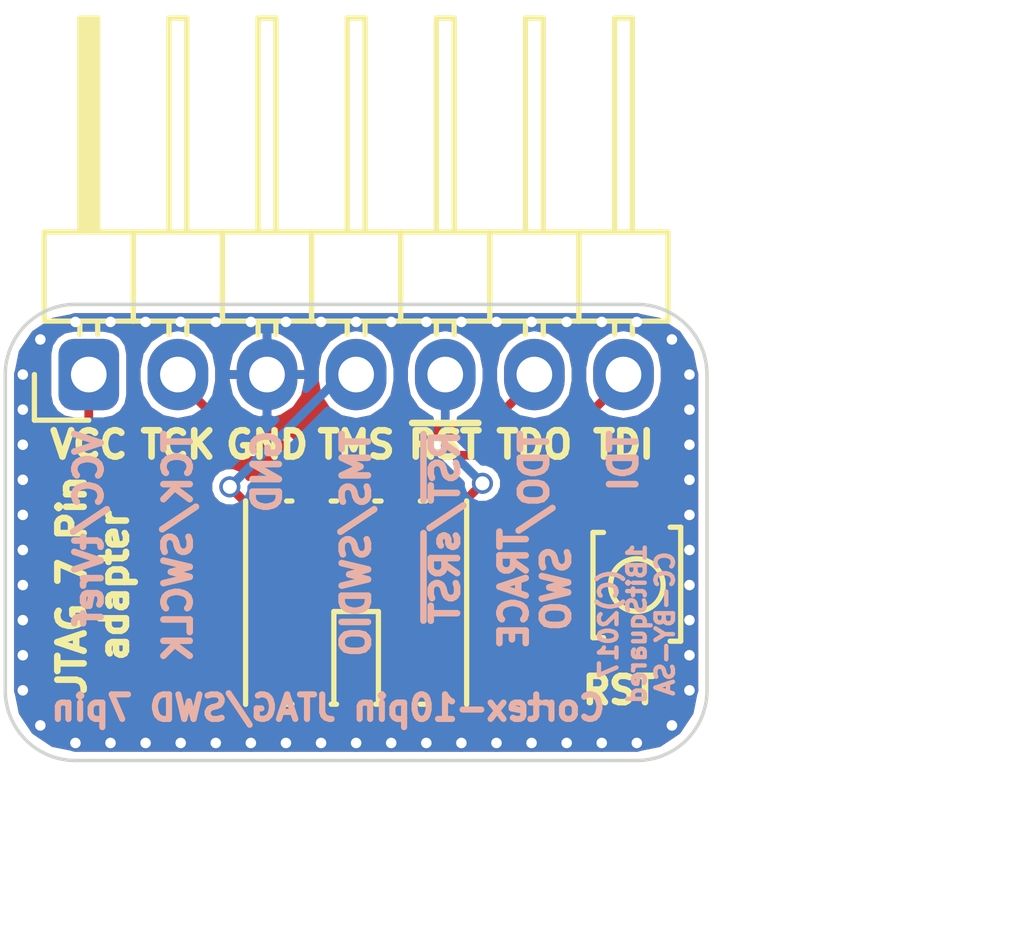
<source format=kicad_pcb>
(kicad_pcb (version 20160815) (host pcbnew "(2017-01-07 revision e72a3b9)-master")

  (general
    (links 69)
    (no_connects 0)
    (area 16.3225 23.124999 53.000001 51.745)
    (thickness 1.6)
    (drawings 33)
    (tracks 31)
    (zones 0)
    (modules 61)
    (nets 9)
  )

  (page A4)
  (title_block
    (title "JTAG/SWD-7pin adapter")
    (rev V1.1)
    (company 1BitSquared)
    (comment 1 "(C) 2016-2017")
    (comment 2 "CC-BY-SA V4.0")
  )

  (layers
    (0 F.Cu signal)
    (31 B.Cu signal)
    (32 B.Adhes user)
    (33 F.Adhes user)
    (34 B.Paste user)
    (35 F.Paste user)
    (36 B.SilkS user)
    (37 F.SilkS user)
    (38 B.Mask user)
    (39 F.Mask user)
    (40 Dwgs.User user)
    (41 Cmts.User user)
    (42 Eco1.User user)
    (43 Eco2.User user)
    (44 Edge.Cuts user)
    (45 Margin user)
    (46 B.CrtYd user)
    (47 F.CrtYd user)
    (48 B.Fab user hide)
    (49 F.Fab user hide)
  )

  (setup
    (last_trace_width 0.25)
    (trace_clearance 0.2)
    (zone_clearance 0.2)
    (zone_45_only no)
    (trace_min 0.2)
    (segment_width 0.2)
    (edge_width 0.1)
    (via_size 0.6)
    (via_drill 0.4)
    (via_min_size 0.4)
    (via_min_drill 0.3)
    (uvia_size 0.3)
    (uvia_drill 0.1)
    (uvias_allowed no)
    (uvia_min_size 0.2)
    (uvia_min_drill 0.1)
    (pcb_text_width 0.3)
    (pcb_text_size 1.5 1.5)
    (mod_edge_width 0.15)
    (mod_text_size 1 1)
    (mod_text_width 0.15)
    (pad_size 2.032 1.7272)
    (pad_drill 1.016)
    (pad_to_mask_clearance 0)
    (aux_axis_origin 0 0)
    (grid_origin 30 35.5)
    (visible_elements FFFFFF7F)
    (pcbplotparams
      (layerselection 0x310fc_80000001)
      (usegerberextensions true)
      (excludeedgelayer true)
      (linewidth 0.050000)
      (plotframeref false)
      (viasonmask false)
      (mode 1)
      (useauxorigin false)
      (hpglpennumber 1)
      (hpglpenspeed 20)
      (hpglpendiameter 15)
      (psnegative false)
      (psa4output false)
      (plotreference false)
      (plotvalue false)
      (plotinvisibletext false)
      (padsonsilk false)
      (subtractmaskfromsilk true)
      (outputformat 1)
      (mirror false)
      (drillshape 0)
      (scaleselection 1)
      (outputdirectory gerber))
  )

  (net 0 "")
  (net 1 /RST)
  (net 2 GND)
  (net 3 /TMS)
  (net 4 /VCC)
  (net 5 /TCK)
  (net 6 /TDO)
  (net 7 /TDI)
  (net 8 "Net-(X1-Pad7)")

  (net_class Default "This is the default net class."
    (clearance 0.2)
    (trace_width 0.25)
    (via_dia 0.6)
    (via_drill 0.4)
    (uvia_dia 0.3)
    (uvia_drill 0.1)
    (add_net /RST)
    (add_net /TCK)
    (add_net /TDI)
    (add_net /TDO)
    (add_net /TMS)
    (add_net /VCC)
    (add_net GND)
    (add_net "Net-(X1-Pad7)")
  )

  (module pkl_misc:via0305 (layer F.Cu) (tedit 5848E3C7) (tstamp 5876EAFC)
    (at 39.5 40)
    (fp_text reference REF** (at 0 0.35) (layer F.SilkS) hide
      (effects (font (size 0.127 0.127) (thickness 0.03175)))
    )
    (fp_text value via0305 (at 0 -0.35) (layer F.Fab) hide
      (effects (font (size 0.127 0.127) (thickness 0.03175)))
    )
    (pad 1 thru_hole circle (at 0 0) (size 0.5 0.5) (drill 0.3) (layers *.Cu)
      (net 2 GND) (zone_connect 2))
  )

  (module pkl_misc:via0305 (layer F.Cu) (tedit 5848E3C7) (tstamp 5848EBE6)
    (at 39 44)
    (fp_text reference REF** (at 0 0.35) (layer F.SilkS) hide
      (effects (font (size 0.127 0.127) (thickness 0.03175)))
    )
    (fp_text value via0305 (at 0 -0.35) (layer F.Fab) hide
      (effects (font (size 0.127 0.127) (thickness 0.03175)))
    )
    (pad 1 thru_hole circle (at 0 0) (size 0.5 0.5) (drill 0.3) (layers *.Cu)
      (net 2 GND) (zone_connect 2))
  )

  (module pkl_misc:via0305 (layer F.Cu) (tedit 5848E3C7) (tstamp 5848EBE2)
    (at 21 44)
    (fp_text reference REF** (at 0 0.35) (layer F.SilkS) hide
      (effects (font (size 0.127 0.127) (thickness 0.03175)))
    )
    (fp_text value via0305 (at 0 -0.35) (layer F.Fab) hide
      (effects (font (size 0.127 0.127) (thickness 0.03175)))
    )
    (pad 1 thru_hole circle (at 0 0) (size 0.5 0.5) (drill 0.3) (layers *.Cu)
      (net 2 GND) (zone_connect 2))
  )

  (module pkl_misc:via0305 (layer F.Cu) (tedit 5848E3C7) (tstamp 5848EBD3)
    (at 39.5 37)
    (fp_text reference REF** (at 0 0.35) (layer F.SilkS) hide
      (effects (font (size 0.127 0.127) (thickness 0.03175)))
    )
    (fp_text value via0305 (at 0 -0.35) (layer F.Fab) hide
      (effects (font (size 0.127 0.127) (thickness 0.03175)))
    )
    (pad 1 thru_hole circle (at 0 0) (size 0.5 0.5) (drill 0.3) (layers *.Cu)
      (net 2 GND) (zone_connect 2))
  )

  (module pkl_misc:via0305 (layer F.Cu) (tedit 5848E3C7) (tstamp 5848EBCF)
    (at 39.5 36)
    (fp_text reference REF** (at 0 0.35) (layer F.SilkS) hide
      (effects (font (size 0.127 0.127) (thickness 0.03175)))
    )
    (fp_text value via0305 (at 0 -0.35) (layer F.Fab) hide
      (effects (font (size 0.127 0.127) (thickness 0.03175)))
    )
    (pad 1 thru_hole circle (at 0 0) (size 0.5 0.5) (drill 0.3) (layers *.Cu)
      (net 2 GND) (zone_connect 2))
  )

  (module pkl_misc:via0305 (layer F.Cu) (tedit 5848E3C7) (tstamp 5848EBCB)
    (at 39.5 35)
    (fp_text reference REF** (at 0 0.35) (layer F.SilkS) hide
      (effects (font (size 0.127 0.127) (thickness 0.03175)))
    )
    (fp_text value via0305 (at 0 -0.35) (layer F.Fab) hide
      (effects (font (size 0.127 0.127) (thickness 0.03175)))
    )
    (pad 1 thru_hole circle (at 0 0) (size 0.5 0.5) (drill 0.3) (layers *.Cu)
      (net 2 GND) (zone_connect 2))
  )

  (module pkl_misc:via0305 (layer F.Cu) (tedit 5848E3C7) (tstamp 5848EBC7)
    (at 39.5 34)
    (fp_text reference REF** (at 0 0.35) (layer F.SilkS) hide
      (effects (font (size 0.127 0.127) (thickness 0.03175)))
    )
    (fp_text value via0305 (at 0 -0.35) (layer F.Fab) hide
      (effects (font (size 0.127 0.127) (thickness 0.03175)))
    )
    (pad 1 thru_hole circle (at 0 0) (size 0.5 0.5) (drill 0.3) (layers *.Cu)
      (net 2 GND) (zone_connect 2))
  )

  (module pkl_misc:via0305 (layer F.Cu) (tedit 5848E3C7) (tstamp 5848EBC3)
    (at 39.5 43)
    (fp_text reference REF** (at 0 0.35) (layer F.SilkS) hide
      (effects (font (size 0.127 0.127) (thickness 0.03175)))
    )
    (fp_text value via0305 (at 0 -0.35) (layer F.Fab) hide
      (effects (font (size 0.127 0.127) (thickness 0.03175)))
    )
    (pad 1 thru_hole circle (at 0 0) (size 0.5 0.5) (drill 0.3) (layers *.Cu)
      (net 2 GND) (zone_connect 2))
  )

  (module pkl_misc:via0305 (layer F.Cu) (tedit 5848E3C7) (tstamp 5848EBBF)
    (at 39.5 42)
    (fp_text reference REF** (at 0 0.35) (layer F.SilkS) hide
      (effects (font (size 0.127 0.127) (thickness 0.03175)))
    )
    (fp_text value via0305 (at 0 -0.35) (layer F.Fab) hide
      (effects (font (size 0.127 0.127) (thickness 0.03175)))
    )
    (pad 1 thru_hole circle (at 0 0) (size 0.5 0.5) (drill 0.3) (layers *.Cu)
      (net 2 GND) (zone_connect 2))
  )

  (module pkl_misc:via0305 (layer F.Cu) (tedit 5848E3C7) (tstamp 5848EBBB)
    (at 39.5 41)
    (fp_text reference REF** (at 0 0.35) (layer F.SilkS) hide
      (effects (font (size 0.127 0.127) (thickness 0.03175)))
    )
    (fp_text value via0305 (at 0 -0.35) (layer F.Fab) hide
      (effects (font (size 0.127 0.127) (thickness 0.03175)))
    )
    (pad 1 thru_hole circle (at 0 0) (size 0.5 0.5) (drill 0.3) (layers *.Cu)
      (net 2 GND) (zone_connect 2))
  )

  (module pkl_misc:via0305 (layer F.Cu) (tedit 5848E3C7) (tstamp 5848EBB3)
    (at 39.5 39)
    (fp_text reference REF** (at 0 0.35) (layer F.SilkS) hide
      (effects (font (size 0.127 0.127) (thickness 0.03175)))
    )
    (fp_text value via0305 (at 0 -0.35) (layer F.Fab) hide
      (effects (font (size 0.127 0.127) (thickness 0.03175)))
    )
    (pad 1 thru_hole circle (at 0 0) (size 0.5 0.5) (drill 0.3) (layers *.Cu)
      (net 2 GND) (zone_connect 2))
  )

  (module pkl_misc:via0305 (layer F.Cu) (tedit 5848E3C7) (tstamp 5848EBAF)
    (at 39.5 38)
    (fp_text reference REF** (at 0 0.35) (layer F.SilkS) hide
      (effects (font (size 0.127 0.127) (thickness 0.03175)))
    )
    (fp_text value via0305 (at 0 -0.35) (layer F.Fab) hide
      (effects (font (size 0.127 0.127) (thickness 0.03175)))
    )
    (pad 1 thru_hole circle (at 0 0) (size 0.5 0.5) (drill 0.3) (layers *.Cu)
      (net 2 GND) (zone_connect 2))
  )

  (module pkl_misc:via0305 (layer F.Cu) (tedit 5848E3C7) (tstamp 5848EBAB)
    (at 20.5 43)
    (fp_text reference REF** (at 0 0.35) (layer F.SilkS) hide
      (effects (font (size 0.127 0.127) (thickness 0.03175)))
    )
    (fp_text value via0305 (at 0 -0.35) (layer F.Fab) hide
      (effects (font (size 0.127 0.127) (thickness 0.03175)))
    )
    (pad 1 thru_hole circle (at 0 0) (size 0.5 0.5) (drill 0.3) (layers *.Cu)
      (net 2 GND) (zone_connect 2))
  )

  (module pkl_misc:via0305 (layer F.Cu) (tedit 5848E3C7) (tstamp 5848EBA7)
    (at 20.5 42)
    (fp_text reference REF** (at 0 0.35) (layer F.SilkS) hide
      (effects (font (size 0.127 0.127) (thickness 0.03175)))
    )
    (fp_text value via0305 (at 0 -0.35) (layer F.Fab) hide
      (effects (font (size 0.127 0.127) (thickness 0.03175)))
    )
    (pad 1 thru_hole circle (at 0 0) (size 0.5 0.5) (drill 0.3) (layers *.Cu)
      (net 2 GND) (zone_connect 2))
  )

  (module pkl_misc:via0305 (layer F.Cu) (tedit 5848E3C7) (tstamp 5848EBA3)
    (at 20.5 41)
    (fp_text reference REF** (at 0 0.35) (layer F.SilkS) hide
      (effects (font (size 0.127 0.127) (thickness 0.03175)))
    )
    (fp_text value via0305 (at 0 -0.35) (layer F.Fab) hide
      (effects (font (size 0.127 0.127) (thickness 0.03175)))
    )
    (pad 1 thru_hole circle (at 0 0) (size 0.5 0.5) (drill 0.3) (layers *.Cu)
      (net 2 GND) (zone_connect 2))
  )

  (module pkl_misc:via0305 (layer F.Cu) (tedit 5848E3C7) (tstamp 5848EB9F)
    (at 20.5 40)
    (fp_text reference REF** (at 0 0.35) (layer F.SilkS) hide
      (effects (font (size 0.127 0.127) (thickness 0.03175)))
    )
    (fp_text value via0305 (at 0 -0.35) (layer F.Fab) hide
      (effects (font (size 0.127 0.127) (thickness 0.03175)))
    )
    (pad 1 thru_hole circle (at 0 0) (size 0.5 0.5) (drill 0.3) (layers *.Cu)
      (net 2 GND) (zone_connect 2))
  )

  (module pkl_misc:via0305 (layer F.Cu) (tedit 5848E3C7) (tstamp 5848EB9B)
    (at 20.5 39)
    (fp_text reference REF** (at 0 0.35) (layer F.SilkS) hide
      (effects (font (size 0.127 0.127) (thickness 0.03175)))
    )
    (fp_text value via0305 (at 0 -0.35) (layer F.Fab) hide
      (effects (font (size 0.127 0.127) (thickness 0.03175)))
    )
    (pad 1 thru_hole circle (at 0 0) (size 0.5 0.5) (drill 0.3) (layers *.Cu)
      (net 2 GND) (zone_connect 2))
  )

  (module pkl_misc:via0305 (layer F.Cu) (tedit 5848E3C7) (tstamp 5848EB97)
    (at 20.5 38)
    (fp_text reference REF** (at 0 0.35) (layer F.SilkS) hide
      (effects (font (size 0.127 0.127) (thickness 0.03175)))
    )
    (fp_text value via0305 (at 0 -0.35) (layer F.Fab) hide
      (effects (font (size 0.127 0.127) (thickness 0.03175)))
    )
    (pad 1 thru_hole circle (at 0 0) (size 0.5 0.5) (drill 0.3) (layers *.Cu)
      (net 2 GND) (zone_connect 2))
  )

  (module pkl_misc:via0305 (layer F.Cu) (tedit 5848E3C7) (tstamp 5848EB92)
    (at 20.5 37)
    (fp_text reference REF** (at 0 0.35) (layer F.SilkS) hide
      (effects (font (size 0.127 0.127) (thickness 0.03175)))
    )
    (fp_text value via0305 (at 0 -0.35) (layer F.Fab) hide
      (effects (font (size 0.127 0.127) (thickness 0.03175)))
    )
    (pad 1 thru_hole circle (at 0 0) (size 0.5 0.5) (drill 0.3) (layers *.Cu)
      (net 2 GND) (zone_connect 2))
  )

  (module pkl_misc:via0305 (layer F.Cu) (tedit 5848E3C7) (tstamp 5848EB8E)
    (at 20.5 36)
    (fp_text reference REF** (at 0 0.35) (layer F.SilkS) hide
      (effects (font (size 0.127 0.127) (thickness 0.03175)))
    )
    (fp_text value via0305 (at 0 -0.35) (layer F.Fab) hide
      (effects (font (size 0.127 0.127) (thickness 0.03175)))
    )
    (pad 1 thru_hole circle (at 0 0) (size 0.5 0.5) (drill 0.3) (layers *.Cu)
      (net 2 GND) (zone_connect 2))
  )

  (module pkl_misc:via0305 (layer F.Cu) (tedit 5848E3C7) (tstamp 5848EB8A)
    (at 20.5 35)
    (fp_text reference REF** (at 0 0.35) (layer F.SilkS) hide
      (effects (font (size 0.127 0.127) (thickness 0.03175)))
    )
    (fp_text value via0305 (at 0 -0.35) (layer F.Fab) hide
      (effects (font (size 0.127 0.127) (thickness 0.03175)))
    )
    (pad 1 thru_hole circle (at 0 0) (size 0.5 0.5) (drill 0.3) (layers *.Cu)
      (net 2 GND) (zone_connect 2))
  )

  (module pkl_misc:via0305 (layer F.Cu) (tedit 5848E3C7) (tstamp 5848EB86)
    (at 20.5 34)
    (fp_text reference REF** (at 0 0.35) (layer F.SilkS) hide
      (effects (font (size 0.127 0.127) (thickness 0.03175)))
    )
    (fp_text value via0305 (at 0 -0.35) (layer F.Fab) hide
      (effects (font (size 0.127 0.127) (thickness 0.03175)))
    )
    (pad 1 thru_hole circle (at 0 0) (size 0.5 0.5) (drill 0.3) (layers *.Cu)
      (net 2 GND) (zone_connect 2))
  )

  (module pkl_misc:via0305 (layer F.Cu) (tedit 5848E3C7) (tstamp 5848EB7A)
    (at 21 33)
    (fp_text reference REF** (at 0 0.35) (layer F.SilkS) hide
      (effects (font (size 0.127 0.127) (thickness 0.03175)))
    )
    (fp_text value via0305 (at 0 -0.35) (layer F.Fab) hide
      (effects (font (size 0.127 0.127) (thickness 0.03175)))
    )
    (pad 1 thru_hole circle (at 0 0) (size 0.5 0.5) (drill 0.3) (layers *.Cu)
      (net 2 GND) (zone_connect 2))
  )

  (module pkl_misc:via0305 (layer F.Cu) (tedit 5848E3C7) (tstamp 5848EB73)
    (at 24 44.5)
    (fp_text reference REF** (at 0 0.35) (layer F.SilkS) hide
      (effects (font (size 0.127 0.127) (thickness 0.03175)))
    )
    (fp_text value via0305 (at 0 -0.35) (layer F.Fab) hide
      (effects (font (size 0.127 0.127) (thickness 0.03175)))
    )
    (pad 1 thru_hole circle (at 0 0) (size 0.5 0.5) (drill 0.3) (layers *.Cu)
      (net 2 GND) (zone_connect 2))
  )

  (module pkl_misc:via0305 (layer F.Cu) (tedit 5848E3C7) (tstamp 5848EB6F)
    (at 22 44.5)
    (fp_text reference REF** (at 0 0.35) (layer F.SilkS) hide
      (effects (font (size 0.127 0.127) (thickness 0.03175)))
    )
    (fp_text value via0305 (at 0 -0.35) (layer F.Fab) hide
      (effects (font (size 0.127 0.127) (thickness 0.03175)))
    )
    (pad 1 thru_hole circle (at 0 0) (size 0.5 0.5) (drill 0.3) (layers *.Cu)
      (net 2 GND) (zone_connect 2))
  )

  (module pkl_misc:via0305 (layer F.Cu) (tedit 5848E3C7) (tstamp 5848EB6B)
    (at 25 44.5)
    (fp_text reference REF** (at 0 0.35) (layer F.SilkS) hide
      (effects (font (size 0.127 0.127) (thickness 0.03175)))
    )
    (fp_text value via0305 (at 0 -0.35) (layer F.Fab) hide
      (effects (font (size 0.127 0.127) (thickness 0.03175)))
    )
    (pad 1 thru_hole circle (at 0 0) (size 0.5 0.5) (drill 0.3) (layers *.Cu)
      (net 2 GND) (zone_connect 2))
  )

  (module pkl_misc:via0305 (layer F.Cu) (tedit 5848E3C7) (tstamp 5848EB67)
    (at 26 44.5)
    (fp_text reference REF** (at 0 0.35) (layer F.SilkS) hide
      (effects (font (size 0.127 0.127) (thickness 0.03175)))
    )
    (fp_text value via0305 (at 0 -0.35) (layer F.Fab) hide
      (effects (font (size 0.127 0.127) (thickness 0.03175)))
    )
    (pad 1 thru_hole circle (at 0 0) (size 0.5 0.5) (drill 0.3) (layers *.Cu)
      (net 2 GND) (zone_connect 2))
  )

  (module pkl_misc:via0305 (layer F.Cu) (tedit 5848E3C7) (tstamp 5848EB63)
    (at 23 44.5)
    (fp_text reference REF** (at 0 0.35) (layer F.SilkS) hide
      (effects (font (size 0.127 0.127) (thickness 0.03175)))
    )
    (fp_text value via0305 (at 0 -0.35) (layer F.Fab) hide
      (effects (font (size 0.127 0.127) (thickness 0.03175)))
    )
    (pad 1 thru_hole circle (at 0 0) (size 0.5 0.5) (drill 0.3) (layers *.Cu)
      (net 2 GND) (zone_connect 2))
  )

  (module pkl_misc:via0305 (layer F.Cu) (tedit 5848E3C7) (tstamp 5848EB5F)
    (at 33 44.5)
    (fp_text reference REF** (at 0 0.35) (layer F.SilkS) hide
      (effects (font (size 0.127 0.127) (thickness 0.03175)))
    )
    (fp_text value via0305 (at 0 -0.35) (layer F.Fab) hide
      (effects (font (size 0.127 0.127) (thickness 0.03175)))
    )
    (pad 1 thru_hole circle (at 0 0) (size 0.5 0.5) (drill 0.3) (layers *.Cu)
      (net 2 GND) (zone_connect 2))
  )

  (module pkl_misc:via0305 (layer F.Cu) (tedit 5848E3C7) (tstamp 5848EB5B)
    (at 31 44.5)
    (fp_text reference REF** (at 0 0.35) (layer F.SilkS) hide
      (effects (font (size 0.127 0.127) (thickness 0.03175)))
    )
    (fp_text value via0305 (at 0 -0.35) (layer F.Fab) hide
      (effects (font (size 0.127 0.127) (thickness 0.03175)))
    )
    (pad 1 thru_hole circle (at 0 0) (size 0.5 0.5) (drill 0.3) (layers *.Cu)
      (net 2 GND) (zone_connect 2))
  )

  (module pkl_misc:via0305 (layer F.Cu) (tedit 5848E3C7) (tstamp 5848EB57)
    (at 29 44.5)
    (fp_text reference REF** (at 0 0.35) (layer F.SilkS) hide
      (effects (font (size 0.127 0.127) (thickness 0.03175)))
    )
    (fp_text value via0305 (at 0 -0.35) (layer F.Fab) hide
      (effects (font (size 0.127 0.127) (thickness 0.03175)))
    )
    (pad 1 thru_hole circle (at 0 0) (size 0.5 0.5) (drill 0.3) (layers *.Cu)
      (net 2 GND) (zone_connect 2))
  )

  (module pkl_misc:via0305 (layer F.Cu) (tedit 5848E3C7) (tstamp 5848EB53)
    (at 27 44.5)
    (fp_text reference REF** (at 0 0.35) (layer F.SilkS) hide
      (effects (font (size 0.127 0.127) (thickness 0.03175)))
    )
    (fp_text value via0305 (at 0 -0.35) (layer F.Fab) hide
      (effects (font (size 0.127 0.127) (thickness 0.03175)))
    )
    (pad 1 thru_hole circle (at 0 0) (size 0.5 0.5) (drill 0.3) (layers *.Cu)
      (net 2 GND) (zone_connect 2))
  )

  (module pkl_misc:via0305 (layer F.Cu) (tedit 5848E3C7) (tstamp 5848EB4F)
    (at 28 44.5)
    (fp_text reference REF** (at 0 0.35) (layer F.SilkS) hide
      (effects (font (size 0.127 0.127) (thickness 0.03175)))
    )
    (fp_text value via0305 (at 0 -0.35) (layer F.Fab) hide
      (effects (font (size 0.127 0.127) (thickness 0.03175)))
    )
    (pad 1 thru_hole circle (at 0 0) (size 0.5 0.5) (drill 0.3) (layers *.Cu)
      (net 2 GND) (zone_connect 2))
  )

  (module pkl_misc:via0305 (layer F.Cu) (tedit 5848E3C7) (tstamp 5848EB47)
    (at 38 44.5)
    (fp_text reference REF** (at 0 0.35) (layer F.SilkS) hide
      (effects (font (size 0.127 0.127) (thickness 0.03175)))
    )
    (fp_text value via0305 (at 0 -0.35) (layer F.Fab) hide
      (effects (font (size 0.127 0.127) (thickness 0.03175)))
    )
    (pad 1 thru_hole circle (at 0 0) (size 0.5 0.5) (drill 0.3) (layers *.Cu)
      (net 2 GND) (zone_connect 2))
  )

  (module pkl_misc:via0305 (layer F.Cu) (tedit 5848E3C7) (tstamp 5848EB43)
    (at 35 44.5)
    (fp_text reference REF** (at 0 0.35) (layer F.SilkS) hide
      (effects (font (size 0.127 0.127) (thickness 0.03175)))
    )
    (fp_text value via0305 (at 0 -0.35) (layer F.Fab) hide
      (effects (font (size 0.127 0.127) (thickness 0.03175)))
    )
    (pad 1 thru_hole circle (at 0 0) (size 0.5 0.5) (drill 0.3) (layers *.Cu)
      (net 2 GND) (zone_connect 2))
  )

  (module pkl_misc:via0305 (layer F.Cu) (tedit 5848E3C7) (tstamp 5848EB3F)
    (at 34 44.5)
    (fp_text reference REF** (at 0 0.35) (layer F.SilkS) hide
      (effects (font (size 0.127 0.127) (thickness 0.03175)))
    )
    (fp_text value via0305 (at 0 -0.35) (layer F.Fab) hide
      (effects (font (size 0.127 0.127) (thickness 0.03175)))
    )
    (pad 1 thru_hole circle (at 0 0) (size 0.5 0.5) (drill 0.3) (layers *.Cu)
      (net 2 GND) (zone_connect 2))
  )

  (module pkl_misc:via0305 (layer F.Cu) (tedit 5848E3C7) (tstamp 5848EB3B)
    (at 37 44.5)
    (fp_text reference REF** (at 0 0.35) (layer F.SilkS) hide
      (effects (font (size 0.127 0.127) (thickness 0.03175)))
    )
    (fp_text value via0305 (at 0 -0.35) (layer F.Fab) hide
      (effects (font (size 0.127 0.127) (thickness 0.03175)))
    )
    (pad 1 thru_hole circle (at 0 0) (size 0.5 0.5) (drill 0.3) (layers *.Cu)
      (net 2 GND) (zone_connect 2))
  )

  (module pkl_misc:via0305 (layer F.Cu) (tedit 5848E3C7) (tstamp 5848EB37)
    (at 36 44.5)
    (fp_text reference REF** (at 0 0.35) (layer F.SilkS) hide
      (effects (font (size 0.127 0.127) (thickness 0.03175)))
    )
    (fp_text value via0305 (at 0 -0.35) (layer F.Fab) hide
      (effects (font (size 0.127 0.127) (thickness 0.03175)))
    )
    (pad 1 thru_hole circle (at 0 0) (size 0.5 0.5) (drill 0.3) (layers *.Cu)
      (net 2 GND) (zone_connect 2))
  )

  (module pkl_misc:via0305 (layer F.Cu) (tedit 5848E3C7) (tstamp 5848EB33)
    (at 32 44.5)
    (fp_text reference REF** (at 0 0.35) (layer F.SilkS) hide
      (effects (font (size 0.127 0.127) (thickness 0.03175)))
    )
    (fp_text value via0305 (at 0 -0.35) (layer F.Fab) hide
      (effects (font (size 0.127 0.127) (thickness 0.03175)))
    )
    (pad 1 thru_hole circle (at 0 0) (size 0.5 0.5) (drill 0.3) (layers *.Cu)
      (net 2 GND) (zone_connect 2))
  )

  (module pkl_misc:via0305 (layer F.Cu) (tedit 5848E3C7) (tstamp 5848EAC0)
    (at 22 32.5)
    (fp_text reference REF** (at 0 0.35) (layer F.SilkS) hide
      (effects (font (size 0.127 0.127) (thickness 0.03175)))
    )
    (fp_text value via0305 (at 0 -0.35) (layer F.Fab) hide
      (effects (font (size 0.127 0.127) (thickness 0.03175)))
    )
    (pad 1 thru_hole circle (at 0 0) (size 0.5 0.5) (drill 0.3) (layers *.Cu)
      (net 2 GND) (zone_connect 2))
  )

  (module pkl_misc:via0305 (layer F.Cu) (tedit 5848E3C7) (tstamp 5848EAB8)
    (at 23 32.5)
    (fp_text reference REF** (at 0 0.35) (layer F.SilkS) hide
      (effects (font (size 0.127 0.127) (thickness 0.03175)))
    )
    (fp_text value via0305 (at 0 -0.35) (layer F.Fab) hide
      (effects (font (size 0.127 0.127) (thickness 0.03175)))
    )
    (pad 1 thru_hole circle (at 0 0) (size 0.5 0.5) (drill 0.3) (layers *.Cu)
      (net 2 GND) (zone_connect 2))
  )

  (module pkl_misc:via0305 (layer F.Cu) (tedit 5848E3C7) (tstamp 5848EAAC)
    (at 27 32.5)
    (fp_text reference REF** (at 0 0.35) (layer F.SilkS) hide
      (effects (font (size 0.127 0.127) (thickness 0.03175)))
    )
    (fp_text value via0305 (at 0 -0.35) (layer F.Fab) hide
      (effects (font (size 0.127 0.127) (thickness 0.03175)))
    )
    (pad 1 thru_hole circle (at 0 0) (size 0.5 0.5) (drill 0.3) (layers *.Cu)
      (net 2 GND) (zone_connect 2))
  )

  (module pkl_misc:via0305 (layer F.Cu) (tedit 5848E3C7) (tstamp 5848EAA8)
    (at 28 32.5)
    (fp_text reference REF** (at 0 0.35) (layer F.SilkS) hide
      (effects (font (size 0.127 0.127) (thickness 0.03175)))
    )
    (fp_text value via0305 (at 0 -0.35) (layer F.Fab) hide
      (effects (font (size 0.127 0.127) (thickness 0.03175)))
    )
    (pad 1 thru_hole circle (at 0 0) (size 0.5 0.5) (drill 0.3) (layers *.Cu)
      (net 2 GND) (zone_connect 2))
  )

  (module pkl_misc:via0305 (layer F.Cu) (tedit 5848E3C7) (tstamp 5848EAA4)
    (at 26 32.5)
    (fp_text reference REF** (at 0 0.35) (layer F.SilkS) hide
      (effects (font (size 0.127 0.127) (thickness 0.03175)))
    )
    (fp_text value via0305 (at 0 -0.35) (layer F.Fab) hide
      (effects (font (size 0.127 0.127) (thickness 0.03175)))
    )
    (pad 1 thru_hole circle (at 0 0) (size 0.5 0.5) (drill 0.3) (layers *.Cu)
      (net 2 GND) (zone_connect 2))
  )

  (module pkl_misc:via0305 (layer F.Cu) (tedit 5848E3C7) (tstamp 5848EAA0)
    (at 29 32.5)
    (fp_text reference REF** (at 0 0.35) (layer F.SilkS) hide
      (effects (font (size 0.127 0.127) (thickness 0.03175)))
    )
    (fp_text value via0305 (at 0 -0.35) (layer F.Fab) hide
      (effects (font (size 0.127 0.127) (thickness 0.03175)))
    )
    (pad 1 thru_hole circle (at 0 0) (size 0.5 0.5) (drill 0.3) (layers *.Cu)
      (net 2 GND) (zone_connect 2))
  )

  (module pkl_misc:via0305 (layer F.Cu) (tedit 5848E3C7) (tstamp 5848EA9C)
    (at 25 32.5)
    (fp_text reference REF** (at 0 0.35) (layer F.SilkS) hide
      (effects (font (size 0.127 0.127) (thickness 0.03175)))
    )
    (fp_text value via0305 (at 0 -0.35) (layer F.Fab) hide
      (effects (font (size 0.127 0.127) (thickness 0.03175)))
    )
    (pad 1 thru_hole circle (at 0 0) (size 0.5 0.5) (drill 0.3) (layers *.Cu)
      (net 2 GND) (zone_connect 2))
  )

  (module pkl_misc:via0305 (layer F.Cu) (tedit 5848E3C7) (tstamp 5848EA98)
    (at 24 32.5)
    (fp_text reference REF** (at 0 0.35) (layer F.SilkS) hide
      (effects (font (size 0.127 0.127) (thickness 0.03175)))
    )
    (fp_text value via0305 (at 0 -0.35) (layer F.Fab) hide
      (effects (font (size 0.127 0.127) (thickness 0.03175)))
    )
    (pad 1 thru_hole circle (at 0 0) (size 0.5 0.5) (drill 0.3) (layers *.Cu)
      (net 2 GND) (zone_connect 2))
  )

  (module pkl_misc:via0305 (layer F.Cu) (tedit 5848E3C7) (tstamp 5848EA23)
    (at 30 44.5)
    (fp_text reference REF** (at 0 0.35) (layer F.SilkS) hide
      (effects (font (size 0.127 0.127) (thickness 0.03175)))
    )
    (fp_text value via0305 (at 0 -0.35) (layer F.Fab) hide
      (effects (font (size 0.127 0.127) (thickness 0.03175)))
    )
    (pad 1 thru_hole circle (at 0 0) (size 0.5 0.5) (drill 0.3) (layers *.Cu)
      (net 2 GND) (zone_connect 2))
  )

  (module pkl_misc:via0305 (layer F.Cu) (tedit 5848E3C7) (tstamp 5848E8C1)
    (at 38 32.5)
    (fp_text reference REF** (at 0 0.35) (layer F.SilkS) hide
      (effects (font (size 0.127 0.127) (thickness 0.03175)))
    )
    (fp_text value via0305 (at 0 -0.35) (layer F.Fab) hide
      (effects (font (size 0.127 0.127) (thickness 0.03175)))
    )
    (pad 1 thru_hole circle (at 0 0) (size 0.5 0.5) (drill 0.3) (layers *.Cu)
      (net 2 GND) (zone_connect 2))
  )

  (module pkl_misc:via0305 (layer F.Cu) (tedit 5848E3C7) (tstamp 5848E8BD)
    (at 37 32.5)
    (fp_text reference REF** (at 0 0.35) (layer F.SilkS) hide
      (effects (font (size 0.127 0.127) (thickness 0.03175)))
    )
    (fp_text value via0305 (at 0 -0.35) (layer F.Fab) hide
      (effects (font (size 0.127 0.127) (thickness 0.03175)))
    )
    (pad 1 thru_hole circle (at 0 0) (size 0.5 0.5) (drill 0.3) (layers *.Cu)
      (net 2 GND) (zone_connect 2))
  )

  (module pkl_misc:via0305 (layer F.Cu) (tedit 5848E3C7) (tstamp 5848E8B9)
    (at 36 32.5)
    (fp_text reference REF** (at 0 0.35) (layer F.SilkS) hide
      (effects (font (size 0.127 0.127) (thickness 0.03175)))
    )
    (fp_text value via0305 (at 0 -0.35) (layer F.Fab) hide
      (effects (font (size 0.127 0.127) (thickness 0.03175)))
    )
    (pad 1 thru_hole circle (at 0 0) (size 0.5 0.5) (drill 0.3) (layers *.Cu)
      (net 2 GND) (zone_connect 2))
  )

  (module pkl_misc:via0305 (layer F.Cu) (tedit 5848E3C7) (tstamp 5848E8B5)
    (at 35 32.5)
    (fp_text reference REF** (at 0 0.35) (layer F.SilkS) hide
      (effects (font (size 0.127 0.127) (thickness 0.03175)))
    )
    (fp_text value via0305 (at 0 -0.35) (layer F.Fab) hide
      (effects (font (size 0.127 0.127) (thickness 0.03175)))
    )
    (pad 1 thru_hole circle (at 0 0) (size 0.5 0.5) (drill 0.3) (layers *.Cu)
      (net 2 GND) (zone_connect 2))
  )

  (module pkl_misc:via0305 (layer F.Cu) (tedit 5848E3C7) (tstamp 5848E8B1)
    (at 34 32.5)
    (fp_text reference REF** (at 0 0.35) (layer F.SilkS) hide
      (effects (font (size 0.127 0.127) (thickness 0.03175)))
    )
    (fp_text value via0305 (at 0 -0.35) (layer F.Fab) hide
      (effects (font (size 0.127 0.127) (thickness 0.03175)))
    )
    (pad 1 thru_hole circle (at 0 0) (size 0.5 0.5) (drill 0.3) (layers *.Cu)
      (net 2 GND) (zone_connect 2))
  )

  (module pkl_misc:via0305 (layer F.Cu) (tedit 5848E3C7) (tstamp 5848E8AD)
    (at 33 32.5)
    (fp_text reference REF** (at 0 0.35) (layer F.SilkS) hide
      (effects (font (size 0.127 0.127) (thickness 0.03175)))
    )
    (fp_text value via0305 (at 0 -0.35) (layer F.Fab) hide
      (effects (font (size 0.127 0.127) (thickness 0.03175)))
    )
    (pad 1 thru_hole circle (at 0 0) (size 0.5 0.5) (drill 0.3) (layers *.Cu)
      (net 2 GND) (zone_connect 2))
  )

  (module pkl_misc:via0305 (layer F.Cu) (tedit 5848E3C7) (tstamp 5848E8A9)
    (at 32 32.5)
    (fp_text reference REF** (at 0 0.35) (layer F.SilkS) hide
      (effects (font (size 0.127 0.127) (thickness 0.03175)))
    )
    (fp_text value via0305 (at 0 -0.35) (layer F.Fab) hide
      (effects (font (size 0.127 0.127) (thickness 0.03175)))
    )
    (pad 1 thru_hole circle (at 0 0) (size 0.5 0.5) (drill 0.3) (layers *.Cu)
      (net 2 GND) (zone_connect 2))
  )

  (module pkl_misc:via0305 (layer F.Cu) (tedit 5848E3C7) (tstamp 5848E8A5)
    (at 31 32.5)
    (fp_text reference REF** (at 0 0.35) (layer F.SilkS) hide
      (effects (font (size 0.127 0.127) (thickness 0.03175)))
    )
    (fp_text value via0305 (at 0 -0.35) (layer F.Fab) hide
      (effects (font (size 0.127 0.127) (thickness 0.03175)))
    )
    (pad 1 thru_hole circle (at 0 0) (size 0.5 0.5) (drill 0.3) (layers *.Cu)
      (net 2 GND) (zone_connect 2))
  )

  (module pkl_misc:via0305 (layer F.Cu) (tedit 5848E3C7) (tstamp 5848E8A1)
    (at 30 32.5)
    (fp_text reference REF** (at 0 0.35) (layer F.SilkS) hide
      (effects (font (size 0.127 0.127) (thickness 0.03175)))
    )
    (fp_text value via0305 (at 0 -0.35) (layer F.Fab) hide
      (effects (font (size 0.127 0.127) (thickness 0.03175)))
    )
    (pad 1 thru_hole circle (at 0 0) (size 0.5 0.5) (drill 0.3) (layers *.Cu)
      (net 2 GND) (zone_connect 2))
  )

  (module Pin_Headers:Pin_Header_Angled_1x07 (layer F.Cu) (tedit 58773703) (tstamp 58481A82)
    (at 22.38 34 90)
    (descr "Through hole pin header")
    (tags "pin header")
    (path /5847B5EE)
    (fp_text reference X2 (at 0 -5.1 90) (layer F.Fab)
      (effects (font (size 1 1) (thickness 0.15)))
    )
    (fp_text value JTAG-7 (at 0 -3.1 90) (layer F.Fab)
      (effects (font (size 1 1) (thickness 0.15)))
    )
    (fp_line (start -1.5 -1.75) (end -1.5 17) (layer F.CrtYd) (width 0.05))
    (fp_line (start 10.65 -1.75) (end 10.65 17) (layer F.CrtYd) (width 0.05))
    (fp_line (start -1.5 -1.75) (end 10.65 -1.75) (layer F.CrtYd) (width 0.05))
    (fp_line (start -1.5 17) (end 10.65 17) (layer F.CrtYd) (width 0.05))
    (fp_line (start -1.3 -1.55) (end -1.3 0) (layer F.SilkS) (width 0.15))
    (fp_line (start 0 -1.55) (end -1.3 -1.55) (layer F.SilkS) (width 0.15))
    (fp_line (start 4.191 -0.127) (end 10.033 -0.127) (layer F.SilkS) (width 0.15))
    (fp_line (start 10.033 -0.127) (end 10.033 0.127) (layer F.SilkS) (width 0.15))
    (fp_line (start 10.033 0.127) (end 4.191 0.127) (layer F.SilkS) (width 0.15))
    (fp_line (start 4.191 0.127) (end 4.191 0) (layer F.SilkS) (width 0.15))
    (fp_line (start 4.191 0) (end 10.033 0) (layer F.SilkS) (width 0.15))
    (fp_line (start 1.524 -0.254) (end 1.143 -0.254) (layer F.SilkS) (width 0.15))
    (fp_line (start 1.524 0.254) (end 1.143 0.254) (layer F.SilkS) (width 0.15))
    (fp_line (start 1.524 2.286) (end 1.143 2.286) (layer F.SilkS) (width 0.15))
    (fp_line (start 1.524 2.794) (end 1.143 2.794) (layer F.SilkS) (width 0.15))
    (fp_line (start 1.524 4.826) (end 1.143 4.826) (layer F.SilkS) (width 0.15))
    (fp_line (start 1.524 5.334) (end 1.143 5.334) (layer F.SilkS) (width 0.15))
    (fp_line (start 1.524 7.366) (end 1.143 7.366) (layer F.SilkS) (width 0.15))
    (fp_line (start 1.524 7.874) (end 1.143 7.874) (layer F.SilkS) (width 0.15))
    (fp_line (start 1.524 15.494) (end 1.143 15.494) (layer F.SilkS) (width 0.15))
    (fp_line (start 1.524 14.986) (end 1.143 14.986) (layer F.SilkS) (width 0.15))
    (fp_line (start 1.524 12.954) (end 1.143 12.954) (layer F.SilkS) (width 0.15))
    (fp_line (start 1.524 12.446) (end 1.143 12.446) (layer F.SilkS) (width 0.15))
    (fp_line (start 1.524 10.414) (end 1.143 10.414) (layer F.SilkS) (width 0.15))
    (fp_line (start 1.524 9.906) (end 1.143 9.906) (layer F.SilkS) (width 0.15))
    (fp_line (start 4.064 1.27) (end 4.064 -1.27) (layer F.SilkS) (width 0.15))
    (fp_line (start 10.16 0.254) (end 4.064 0.254) (layer F.SilkS) (width 0.15))
    (fp_line (start 10.16 -0.254) (end 10.16 0.254) (layer F.SilkS) (width 0.15))
    (fp_line (start 4.064 -0.254) (end 10.16 -0.254) (layer F.SilkS) (width 0.15))
    (fp_line (start 1.524 1.27) (end 4.064 1.27) (layer F.SilkS) (width 0.15))
    (fp_line (start 1.524 -1.27) (end 1.524 1.27) (layer F.SilkS) (width 0.15))
    (fp_line (start 1.524 -1.27) (end 4.064 -1.27) (layer F.SilkS) (width 0.15))
    (fp_line (start 1.524 3.81) (end 4.064 3.81) (layer F.SilkS) (width 0.15))
    (fp_line (start 1.524 3.81) (end 1.524 6.35) (layer F.SilkS) (width 0.15))
    (fp_line (start 1.524 6.35) (end 4.064 6.35) (layer F.SilkS) (width 0.15))
    (fp_line (start 4.064 4.826) (end 10.16 4.826) (layer F.SilkS) (width 0.15))
    (fp_line (start 10.16 4.826) (end 10.16 5.334) (layer F.SilkS) (width 0.15))
    (fp_line (start 10.16 5.334) (end 4.064 5.334) (layer F.SilkS) (width 0.15))
    (fp_line (start 4.064 6.35) (end 4.064 3.81) (layer F.SilkS) (width 0.15))
    (fp_line (start 4.064 3.81) (end 4.064 1.27) (layer F.SilkS) (width 0.15))
    (fp_line (start 10.16 2.794) (end 4.064 2.794) (layer F.SilkS) (width 0.15))
    (fp_line (start 10.16 2.286) (end 10.16 2.794) (layer F.SilkS) (width 0.15))
    (fp_line (start 4.064 2.286) (end 10.16 2.286) (layer F.SilkS) (width 0.15))
    (fp_line (start 1.524 3.81) (end 4.064 3.81) (layer F.SilkS) (width 0.15))
    (fp_line (start 1.524 1.27) (end 1.524 3.81) (layer F.SilkS) (width 0.15))
    (fp_line (start 1.524 1.27) (end 4.064 1.27) (layer F.SilkS) (width 0.15))
    (fp_line (start 1.524 11.43) (end 4.064 11.43) (layer F.SilkS) (width 0.15))
    (fp_line (start 1.524 11.43) (end 1.524 13.97) (layer F.SilkS) (width 0.15))
    (fp_line (start 1.524 13.97) (end 4.064 13.97) (layer F.SilkS) (width 0.15))
    (fp_line (start 4.064 12.446) (end 10.16 12.446) (layer F.SilkS) (width 0.15))
    (fp_line (start 10.16 12.446) (end 10.16 12.954) (layer F.SilkS) (width 0.15))
    (fp_line (start 10.16 12.954) (end 4.064 12.954) (layer F.SilkS) (width 0.15))
    (fp_line (start 4.064 13.97) (end 4.064 11.43) (layer F.SilkS) (width 0.15))
    (fp_line (start 4.064 16.51) (end 4.064 13.97) (layer F.SilkS) (width 0.15))
    (fp_line (start 10.16 15.494) (end 4.064 15.494) (layer F.SilkS) (width 0.15))
    (fp_line (start 10.16 14.986) (end 10.16 15.494) (layer F.SilkS) (width 0.15))
    (fp_line (start 4.064 14.986) (end 10.16 14.986) (layer F.SilkS) (width 0.15))
    (fp_line (start 1.524 16.51) (end 4.064 16.51) (layer F.SilkS) (width 0.15))
    (fp_line (start 1.524 13.97) (end 1.524 16.51) (layer F.SilkS) (width 0.15))
    (fp_line (start 1.524 13.97) (end 4.064 13.97) (layer F.SilkS) (width 0.15))
    (fp_line (start 1.524 8.89) (end 4.064 8.89) (layer F.SilkS) (width 0.15))
    (fp_line (start 1.524 8.89) (end 1.524 11.43) (layer F.SilkS) (width 0.15))
    (fp_line (start 1.524 11.43) (end 4.064 11.43) (layer F.SilkS) (width 0.15))
    (fp_line (start 4.064 9.906) (end 10.16 9.906) (layer F.SilkS) (width 0.15))
    (fp_line (start 10.16 9.906) (end 10.16 10.414) (layer F.SilkS) (width 0.15))
    (fp_line (start 10.16 10.414) (end 4.064 10.414) (layer F.SilkS) (width 0.15))
    (fp_line (start 4.064 11.43) (end 4.064 8.89) (layer F.SilkS) (width 0.15))
    (fp_line (start 4.064 8.89) (end 4.064 6.35) (layer F.SilkS) (width 0.15))
    (fp_line (start 10.16 7.874) (end 4.064 7.874) (layer F.SilkS) (width 0.15))
    (fp_line (start 10.16 7.366) (end 10.16 7.874) (layer F.SilkS) (width 0.15))
    (fp_line (start 4.064 7.366) (end 10.16 7.366) (layer F.SilkS) (width 0.15))
    (fp_line (start 1.524 8.89) (end 4.064 8.89) (layer F.SilkS) (width 0.15))
    (fp_line (start 1.524 6.35) (end 1.524 8.89) (layer F.SilkS) (width 0.15))
    (fp_line (start 1.524 6.35) (end 4.064 6.35) (layer F.SilkS) (width 0.15))
    (pad 1 thru_hole roundrect (at 0 0 90) (size 2.032 1.7272) (drill 1.016) (layers *.Cu *.Mask)(roundrect_rratio 0.25)
      (net 4 /VCC))
    (pad 2 thru_hole oval (at 0 2.54 90) (size 2.032 1.7272) (drill 1.016) (layers *.Cu *.Mask)
      (net 5 /TCK))
    (pad 3 thru_hole oval (at 0 5.08 90) (size 2.032 1.7272) (drill 1.016) (layers *.Cu *.Mask)
      (net 2 GND))
    (pad 4 thru_hole oval (at 0 7.62 90) (size 2.032 1.7272) (drill 1.016) (layers *.Cu *.Mask)
      (net 3 /TMS))
    (pad 5 thru_hole oval (at 0 10.16 90) (size 2.032 1.7272) (drill 1.016) (layers *.Cu *.Mask)
      (net 1 /RST))
    (pad 6 thru_hole oval (at 0 12.7 90) (size 2.032 1.7272) (drill 1.016) (layers *.Cu *.Mask)
      (net 6 /TDO))
    (pad 7 thru_hole oval (at 0 15.24 90) (size 2.032 1.7272) (drill 1.016) (layers *.Cu *.Mask)
      (net 7 /TDI))
    (model Pin_Headers.3dshapes/Pin_Header_Angled_1x07.wrl
      (at (xyz 0 -0.3 0))
      (scale (xyz 1 1 1))
      (rotate (xyz 0 0 90))
    )
  )

  (module pkl_samtec:FTSH-105-XX-X-DV (layer F.Cu) (tedit 576E3874) (tstamp 58487BA2)
    (at 30 40.5 180)
    (path /56B39A9A)
    (fp_text reference X1 (at 0 4.5 180) (layer F.Fab)
      (effects (font (size 1 1) (thickness 0.15)))
    )
    (fp_text value JTAG-10 (at 0 -4.5 180) (layer F.Fab)
      (effects (font (size 1 1) (thickness 0.15)))
    )
    (fp_line (start -3.3 -3.05) (end 3.3 -3.05) (layer F.CrtYd) (width 0.05))
    (fp_line (start -3.3 3.05) (end -3.3 -3.05) (layer F.CrtYd) (width 0.05))
    (fp_line (start 3.3 3.05) (end -3.3 3.05) (layer F.CrtYd) (width 0.05))
    (fp_line (start 3.3 -3.05) (end 3.3 3.05) (layer F.CrtYd) (width 0.05))
    (fp_line (start -0.635 -0.254) (end -0.635 -2.794) (layer F.SilkS) (width 0.15))
    (fp_line (start 0.635 -0.254) (end -0.635 -0.254) (layer F.SilkS) (width 0.15))
    (fp_line (start 0.635 -2.794) (end 0.635 -0.254) (layer F.SilkS) (width 0.15))
    (fp_line (start 1.8288 2.8956) (end 1.9812 2.8956) (layer F.SilkS) (width 0.15))
    (fp_line (start 0.5588 2.8956) (end 0.7112 2.8956) (layer F.SilkS) (width 0.15))
    (fp_line (start -0.7112 2.8956) (end -0.5334 2.8956) (layer F.SilkS) (width 0.15))
    (fp_line (start -1.9812 2.8956) (end -1.8288 2.8956) (layer F.SilkS) (width 0.15))
    (fp_line (start -1.8288 -2.8956) (end -1.9812 -2.8956) (layer F.SilkS) (width 0.15))
    (fp_line (start -0.5588 -2.8956) (end -0.7112 -2.8956) (layer F.SilkS) (width 0.15))
    (fp_line (start 0.7112 -2.8956) (end 0.5588 -2.8956) (layer F.SilkS) (width 0.15))
    (fp_line (start 1.9812 -2.8956) (end 1.8288 -2.8956) (layer F.SilkS) (width 0.15))
    (fp_line (start 3.15 2.9) (end 3.15 -2.9) (layer F.SilkS) (width 0.15))
    (fp_line (start -3.15 2.9) (end -3.15 -2.9) (layer F.SilkS) (width 0.15))
    (pad 1 smd roundrect (at 2.54 -2) (size 0.74 2.8) (layers F.Cu F.Paste F.Mask)(roundrect_rratio 0.25)
      (net 4 /VCC))
    (pad 2 smd roundrect (at 2.54 2) (size 0.74 2.8) (layers F.Cu F.Paste F.Mask)(roundrect_rratio 0.25)
      (net 3 /TMS))
    (pad 3 smd roundrect (at 1.27 -2) (size 0.74 2.8) (layers F.Cu F.Paste F.Mask)(roundrect_rratio 0.25)
      (net 2 GND))
    (pad 4 smd roundrect (at 1.27 2) (size 0.74 2.8) (layers F.Cu F.Paste F.Mask)(roundrect_rratio 0.25)
      (net 5 /TCK))
    (pad 5 smd roundrect (at 0 -2) (size 0.74 2.8) (layers F.Cu F.Paste F.Mask)(roundrect_rratio 0.25)
      (net 2 GND))
    (pad 6 smd roundrect (at 0 2) (size 0.74 2.8) (layers F.Cu F.Paste F.Mask)(roundrect_rratio 0.25)
      (net 6 /TDO))
    (pad 7 smd roundrect (at -1.27 -2) (size 0.74 2.8) (layers F.Cu F.Paste F.Mask)(roundrect_rratio 0.25)
      (net 8 "Net-(X1-Pad7)"))
    (pad 8 smd roundrect (at -1.27 2) (size 0.74 2.8) (layers F.Cu F.Paste F.Mask)(roundrect_rratio 0.25)
      (net 7 /TDI))
    (pad 9 smd roundrect (at -2.54 -2) (size 0.74 2.8) (layers F.Cu F.Paste F.Mask)(roundrect_rratio 0.25)
      (net 2 GND))
    (pad 10 smd roundrect (at -2.54 2) (size 0.74 2.8) (layers F.Cu F.Paste F.Mask)(roundrect_rratio 0.25)
      (net 1 /RST))
    (model walter/conn_strip/vasch_strip_5x2.wrl
      (at (xyz 0 0 0))
      (scale (xyz 0.5 0.5 0.5))
      (rotate (xyz 0 0 180))
    )
  )

  (module pkl_misc:via0305 (layer F.Cu) (tedit 5848E3C7) (tstamp 5848E895)
    (at 39 33)
    (fp_text reference REF** (at 0 0.35) (layer F.SilkS) hide
      (effects (font (size 0.127 0.127) (thickness 0.03175)))
    )
    (fp_text value via0305 (at 0 -0.35) (layer F.Fab) hide
      (effects (font (size 0.127 0.127) (thickness 0.03175)))
    )
    (pad 1 thru_hole circle (at 0 0) (size 0.5 0.5) (drill 0.3) (layers *.Cu)
      (net 2 GND) (zone_connect 2))
  )

  (module pkl_buttons_switches:Tact_Switch_Top_B3U-1000P (layer F.Cu) (tedit 5753DB6A) (tstamp 5876EAD9)
    (at 38 40 180)
    (path /56C4161E)
    (fp_text reference SW1 (at -2.5 0 90) (layer F.Fab)
      (effects (font (size 1 1) (thickness 0.15)))
    )
    (fp_text value TACT (at 2.5 0 90) (layer F.Fab)
      (effects (font (size 1 1) (thickness 0.15)))
    )
    (fp_line (start -1.45 -2.2) (end 1.45 -2.2) (layer F.CrtYd) (width 0.05))
    (fp_line (start -1.45 2.2) (end -1.45 -2.2) (layer F.CrtYd) (width 0.05))
    (fp_line (start 1.45 2.2) (end -1.45 2.2) (layer F.CrtYd) (width 0.05))
    (fp_line (start 1.45 -2.2) (end 1.45 2.2) (layer F.CrtYd) (width 0.05))
    (fp_line (start -1.25 1.65) (end -0.95 1.65) (layer F.SilkS) (width 0.15))
    (fp_line (start -1.25 -1.6) (end -0.95 -1.6) (layer F.SilkS) (width 0.15))
    (fp_line (start 1.25 1.5) (end 0.95 1.5) (layer F.SilkS) (width 0.15))
    (fp_line (start 1.25 -1.5) (end 0.95 -1.5) (layer F.SilkS) (width 0.15))
    (fp_line (start -1.25 -1.6) (end -1.25 1.65) (layer F.SilkS) (width 0.15))
    (fp_line (start 1.25 -1.5) (end 1.25 1.5) (layer F.SilkS) (width 0.15))
    (fp_circle (center 0 0) (end 0 0.75) (layer F.SilkS) (width 0.15))
    (pad 1 smd roundrect (at 0 -1.7 90) (size 0.8 1.7) (layers F.Cu F.Paste F.Mask)(roundrect_rratio 0.25)
      (net 2 GND))
    (pad 2 smd roundrect (at 0 1.7 90) (size 0.8 1.7) (layers F.Cu F.Paste F.Mask)(roundrect_rratio 0.25)
      (net 1 /RST))
  )

  (gr_text "(C)2017\n1BitSquared\nCC-BY-SA" (at 38 41.1 90) (layer B.SilkS) (tstamp 587728F4)
    (effects (font (size 0.5 0.5) (thickness 0.125)) (justify mirror))
  )
  (gr_text "TRACE\nSWO" (at 35.1 40.1 90) (layer B.SilkS) (tstamp 5876EBD1)
    (effects (font (size 0.75 0.75) (thickness 0.1875)) (justify mirror))
  )
  (gr_text TDI (at 37.62 35.5 90) (layer B.SilkS) (tstamp 5876EBC2)
    (effects (font (size 0.75 0.75) (thickness 0.1875)) (justify left mirror))
  )
  (gr_text "Cortex-10pin JTAG/SWD 7pin" (at 29.2 43.5) (layer B.SilkS) (tstamp 5848F1EA)
    (effects (font (size 0.7 0.7) (thickness 0.175)) (justify mirror))
  )
  (gr_text TDO/ (at 35.08 35.5 90) (layer B.SilkS) (tstamp 5848EFB5)
    (effects (font (size 0.75 0.75) (thickness 0.1875)) (justify left mirror))
  )
  (gr_text ~RST~/~sRST~ (at 32.54 35.5 90) (layer B.SilkS) (tstamp 5848EEE8)
    (effects (font (size 0.75 0.75) (thickness 0.1875)) (justify left mirror))
  )
  (gr_text TMS/SWDIO (at 30 35.5 90) (layer B.SilkS) (tstamp 5848EEE5)
    (effects (font (size 0.75 0.75) (thickness 0.1875)) (justify left mirror))
  )
  (gr_text GND (at 27.46 35.5 90) (layer B.SilkS) (tstamp 5848EEBA)
    (effects (font (size 0.75 0.75) (thickness 0.1875)) (justify left mirror))
  )
  (gr_text TCK/SWCLK (at 24.92 35.5 90) (layer B.SilkS) (tstamp 5848EEAC)
    (effects (font (size 0.75 0.75) (thickness 0.1875)) (justify left mirror))
  )
  (gr_text VCC/tVref (at 22.38 35.5 90) (layer B.SilkS) (tstamp 5848EE8E)
    (effects (font (size 0.75 0.75) (thickness 0.1875)) (justify left mirror))
  )
  (gr_text "JTAG 7 Pin\nadapter" (at 22.5 40 90) (layer F.SilkS) (tstamp 5848EE81)
    (effects (font (size 0.75 0.75) (thickness 0.1875)))
  )
  (gr_text RST (at 37.5 43) (layer F.SilkS) (tstamp 5848EE7C)
    (effects (font (size 0.75 0.75) (thickness 0.1875)))
  )
  (gr_text TDI (at 37.62 36) (layer F.SilkS) (tstamp 5848EE66)
    (effects (font (size 0.75 0.75) (thickness 0.1875)))
  )
  (gr_text TDO (at 35.08 36) (layer F.SilkS) (tstamp 5848EE65)
    (effects (font (size 0.75 0.75) (thickness 0.1875)))
  )
  (gr_text ~RST (at 32.54 36) (layer F.SilkS) (tstamp 5848EE64)
    (effects (font (size 0.75 0.75) (thickness 0.1875)))
  )
  (gr_text TMS (at 30 36) (layer F.SilkS) (tstamp 5848EE63)
    (effects (font (size 0.75 0.75) (thickness 0.1875)))
  )
  (gr_text GND (at 27.46 36) (layer F.SilkS) (tstamp 5848EE62)
    (effects (font (size 0.75 0.75) (thickness 0.1875)))
  )
  (gr_text TCK (at 24.92 36) (layer F.SilkS) (tstamp 5848EE5B)
    (effects (font (size 0.75 0.75) (thickness 0.1875)))
  )
  (gr_text VCC (at 22.38 36) (layer F.SilkS)
    (effects (font (size 0.75 0.75) (thickness 0.1875)))
  )
  (gr_arc (start 22 43) (end 22 45) (angle 90) (layer Edge.Cuts) (width 0.1))
  (gr_arc (start 38 43) (end 40 43) (angle 90) (layer Edge.Cuts) (width 0.1))
  (gr_arc (start 22 34) (end 20 34) (angle 90) (layer Edge.Cuts) (width 0.1))
  (gr_arc (start 38 34) (end 38 32) (angle 90) (layer Edge.Cuts) (width 0.1))
  (dimension 20 (width 0.3) (layer Dwgs.User)
    (gr_text "20.000 mm" (at 30 50.349999) (layer Dwgs.User) (tstamp 58773727)
      (effects (font (size 1.5 1.5) (thickness 0.3)))
    )
    (feature1 (pts (xy 40 45) (xy 40 51.699999)))
    (feature2 (pts (xy 20 45) (xy 20 51.699999)))
    (crossbar (pts (xy 20 48.999999) (xy 40 48.999999)))
    (arrow1a (pts (xy 40 48.999999) (xy 38.873496 49.58642)))
    (arrow1b (pts (xy 40 48.999999) (xy 38.873496 48.413578)))
    (arrow2a (pts (xy 20 48.999999) (xy 21.126504 49.58642)))
    (arrow2b (pts (xy 20 48.999999) (xy 21.126504 48.413578)))
  )
  (dimension 13 (width 0.3) (layer Dwgs.User)
    (gr_text "13.000 mm" (at 46.35 38.5 270) (layer Dwgs.User) (tstamp 58773728)
      (effects (font (size 1.5 1.5) (thickness 0.3)))
    )
    (feature1 (pts (xy 40 45) (xy 47.7 45)))
    (feature2 (pts (xy 40 32) (xy 47.7 32)))
    (crossbar (pts (xy 45 32) (xy 45 45)))
    (arrow1a (pts (xy 45 45) (xy 44.413579 43.873496)))
    (arrow1b (pts (xy 45 45) (xy 45.586421 43.873496)))
    (arrow2a (pts (xy 45 32) (xy 44.413579 33.126504)))
    (arrow2b (pts (xy 45 32) (xy 45.586421 33.126504)))
  )
  (gr_line (start 20 43) (end 20 34) (layer Edge.Cuts) (width 0.1))
  (gr_line (start 38 45) (end 22 45) (layer Edge.Cuts) (width 0.1))
  (gr_line (start 40 34) (end 40 43) (layer Edge.Cuts) (width 0.1))
  (gr_line (start 22 32) (end 38 32) (layer Edge.Cuts) (width 0.1))
  (gr_line (start 23.6 37.9) (end 23.6 43.1) (layer Dwgs.User) (width 0.2))
  (gr_line (start 36.4 37.9) (end 23.6 37.9) (layer Dwgs.User) (width 0.2))
  (gr_line (start 36.4 43.1) (end 36.4 37.9) (layer Dwgs.User) (width 0.2))
  (gr_line (start 23.6 43.1) (end 36.4 43.1) (layer Dwgs.User) (width 0.2))

  (segment (start 32.54 38.5) (end 37.8 38.5) (width 0.25) (layer F.Cu) (net 1))
  (segment (start 37.8 38.5) (end 38 38.3) (width 0.25) (layer F.Cu) (net 1))
  (segment (start 33.6 37.1) (end 32.54 36.04) (width 0.25) (layer B.Cu) (net 1))
  (segment (start 32.54 36.04) (end 32.54 34) (width 0.25) (layer B.Cu) (net 1))
  (segment (start 32.54 38.5) (end 32.54 38.16) (width 0.25) (layer F.Cu) (net 1))
  (segment (start 32.54 38.16) (end 33.6 37.1) (width 0.25) (layer F.Cu) (net 1))
  (via (at 33.6 37.1) (size 0.6) (drill 0.4) (layers F.Cu B.Cu) (net 1))
  (segment (start 26.4 37.2) (end 29.6 34) (width 0.25) (layer B.Cu) (net 3))
  (segment (start 29.6 34) (end 30 34) (width 0.25) (layer B.Cu) (net 3))
  (segment (start 27.46 38.5) (end 27.46 38.26) (width 0.25) (layer F.Cu) (net 3))
  (segment (start 27.46 38.26) (end 26.4 37.2) (width 0.25) (layer F.Cu) (net 3))
  (via (at 26.4 37.2) (size 0.6) (drill 0.4) (layers F.Cu B.Cu) (net 3))
  (segment (start 27.46 42.5) (end 26.84 42.5) (width 0.25) (layer F.Cu) (net 4))
  (segment (start 26.84 42.5) (end 22.38 38.04) (width 0.25) (layer F.Cu) (net 4))
  (segment (start 22.38 38.04) (end 22.38 35.266) (width 0.25) (layer F.Cu) (net 4))
  (segment (start 22.38 35.266) (end 22.38 34) (width 0.25) (layer F.Cu) (net 4))
  (segment (start 28.73 38.5) (end 28.73 36.83) (width 0.25) (layer F.Cu) (net 5))
  (segment (start 28.73 36.83) (end 27.9 36) (width 0.25) (layer F.Cu) (net 5))
  (segment (start 27.9 36) (end 26.7676 36) (width 0.25) (layer F.Cu) (net 5))
  (segment (start 26.7676 36) (end 24.92 34.1524) (width 0.25) (layer F.Cu) (net 5))
  (segment (start 24.92 34.1524) (end 24.92 34) (width 0.25) (layer F.Cu) (net 5))
  (segment (start 30 38.5) (end 30 36.85) (width 0.25) (layer F.Cu) (net 6))
  (segment (start 30 36.85) (end 31.25 35.6) (width 0.25) (layer F.Cu) (net 6))
  (segment (start 31.25 35.6) (end 33.6324 35.6) (width 0.25) (layer F.Cu) (net 6))
  (segment (start 33.6324 35.6) (end 35.08 34.1524) (width 0.25) (layer F.Cu) (net 6))
  (segment (start 35.08 34.1524) (end 35.08 34) (width 0.25) (layer F.Cu) (net 6))
  (segment (start 31.27 38.5) (end 31.27 36.83) (width 0.25) (layer F.Cu) (net 7))
  (segment (start 31.27 36.83) (end 31.8 36.3) (width 0.25) (layer F.Cu) (net 7))
  (segment (start 31.8 36.3) (end 35.4724 36.3) (width 0.25) (layer F.Cu) (net 7))
  (segment (start 35.4724 36.3) (end 37.62 34.1524) (width 0.25) (layer F.Cu) (net 7))
  (segment (start 37.62 34.1524) (end 37.62 34) (width 0.25) (layer F.Cu) (net 7))

  (zone (net 2) (net_name GND) (layer F.Cu) (tstamp 0) (hatch edge 0.508)
    (connect_pads (clearance 0.2))
    (min_thickness 0.2)
    (fill yes (arc_segments 16) (thermal_gap 0.2) (thermal_bridge_width 0.25))
    (polygon
      (pts
        (xy 20 32) (xy 40 32) (xy 40 45) (xy 20 45)
      )
    )
    (filled_polygon
      (pts
        (xy 38.628804 32.481934) (xy 39.161878 32.838122) (xy 39.518066 33.371196) (xy 39.65 34.034472) (xy 39.65 42.965528)
        (xy 39.518066 43.628804) (xy 39.161878 44.161878) (xy 38.628804 44.518066) (xy 37.965527 44.65) (xy 22.034472 44.65)
        (xy 21.371196 44.518066) (xy 20.838122 44.161878) (xy 20.481934 43.628804) (xy 20.35 42.965527) (xy 20.35 34.034473)
        (xy 20.473061 33.4158) (xy 21.210523 33.4158) (xy 21.210523 34.5842) (xy 21.266675 34.866497) (xy 21.426584 35.105816)
        (xy 21.665903 35.265725) (xy 21.9482 35.321877) (xy 21.955 35.321877) (xy 21.955 38.04) (xy 21.981984 38.175657)
        (xy 21.987351 38.202641) (xy 22.07948 38.34052) (xy 26.539479 42.80052) (xy 26.631608 42.862078) (xy 26.67736 42.892649)
        (xy 26.784123 42.913885) (xy 26.784123 43.715) (xy 26.821489 43.90285) (xy 26.927898 44.062102) (xy 27.08715 44.168511)
        (xy 27.275 44.205877) (xy 27.645 44.205877) (xy 27.83285 44.168511) (xy 27.992102 44.062102) (xy 28.060208 43.960175)
        (xy 28.105672 44.069936) (xy 28.190063 44.154328) (xy 28.300326 44.2) (xy 28.63 44.2) (xy 28.705 44.125)
        (xy 28.705 42.525) (xy 28.755 42.525) (xy 28.755 44.125) (xy 28.83 44.2) (xy 29.159674 44.2)
        (xy 29.269937 44.154328) (xy 29.354328 44.069936) (xy 29.365 44.044171) (xy 29.375672 44.069936) (xy 29.460063 44.154328)
        (xy 29.570326 44.2) (xy 29.9 44.2) (xy 29.975 44.125) (xy 29.975 42.525) (xy 29.405 42.525)
        (xy 29.365 42.565) (xy 29.325 42.525) (xy 28.755 42.525) (xy 28.705 42.525) (xy 28.685 42.525)
        (xy 28.685 42.475) (xy 28.705 42.475) (xy 28.705 40.875) (xy 28.755 40.875) (xy 28.755 42.475)
        (xy 29.325 42.475) (xy 29.365 42.435) (xy 29.405 42.475) (xy 29.975 42.475) (xy 29.975 40.875)
        (xy 30.025 40.875) (xy 30.025 42.475) (xy 30.045 42.475) (xy 30.045 42.525) (xy 30.025 42.525)
        (xy 30.025 44.125) (xy 30.1 44.2) (xy 30.429674 44.2) (xy 30.539937 44.154328) (xy 30.624328 44.069936)
        (xy 30.669792 43.960175) (xy 30.737898 44.062102) (xy 30.89715 44.168511) (xy 31.085 44.205877) (xy 31.455 44.205877)
        (xy 31.64285 44.168511) (xy 31.802102 44.062102) (xy 31.870208 43.960175) (xy 31.915672 44.069936) (xy 32.000063 44.154328)
        (xy 32.110326 44.2) (xy 32.44 44.2) (xy 32.515 44.125) (xy 32.515 42.525) (xy 32.565 42.525)
        (xy 32.565 44.125) (xy 32.64 44.2) (xy 32.969674 44.2) (xy 33.079937 44.154328) (xy 33.164328 44.069936)
        (xy 33.21 43.959673) (xy 33.21 42.6) (xy 33.135 42.525) (xy 32.565 42.525) (xy 32.515 42.525)
        (xy 32.495 42.525) (xy 32.495 42.475) (xy 32.515 42.475) (xy 32.515 40.875) (xy 32.565 40.875)
        (xy 32.565 42.475) (xy 33.135 42.475) (xy 33.21 42.4) (xy 33.21 41.8) (xy 36.85 41.8)
        (xy 36.85 42.159674) (xy 36.895672 42.269937) (xy 36.980064 42.354328) (xy 37.090327 42.4) (xy 37.9 42.4)
        (xy 37.975 42.325) (xy 37.975 41.725) (xy 38.025 41.725) (xy 38.025 42.325) (xy 38.1 42.4)
        (xy 38.909673 42.4) (xy 39.019936 42.354328) (xy 39.104328 42.269937) (xy 39.15 42.159674) (xy 39.15 41.8)
        (xy 39.075 41.725) (xy 38.025 41.725) (xy 37.975 41.725) (xy 36.925 41.725) (xy 36.85 41.8)
        (xy 33.21 41.8) (xy 33.21 41.240326) (xy 36.85 41.240326) (xy 36.85 41.6) (xy 36.925 41.675)
        (xy 37.975 41.675) (xy 37.975 41.075) (xy 38.025 41.075) (xy 38.025 41.675) (xy 39.075 41.675)
        (xy 39.15 41.6) (xy 39.15 41.240326) (xy 39.104328 41.130063) (xy 39.019936 41.045672) (xy 38.909673 41)
        (xy 38.1 41) (xy 38.025 41.075) (xy 37.975 41.075) (xy 37.9 41) (xy 37.090327 41)
        (xy 36.980064 41.045672) (xy 36.895672 41.130063) (xy 36.85 41.240326) (xy 33.21 41.240326) (xy 33.21 41.040327)
        (xy 33.164328 40.930064) (xy 33.079937 40.845672) (xy 32.969674 40.8) (xy 32.64 40.8) (xy 32.565 40.875)
        (xy 32.515 40.875) (xy 32.44 40.8) (xy 32.110326 40.8) (xy 32.000063 40.845672) (xy 31.915672 40.930064)
        (xy 31.870208 41.039825) (xy 31.802102 40.937898) (xy 31.64285 40.831489) (xy 31.455 40.794123) (xy 31.085 40.794123)
        (xy 30.89715 40.831489) (xy 30.737898 40.937898) (xy 30.669792 41.039825) (xy 30.624328 40.930064) (xy 30.539937 40.845672)
        (xy 30.429674 40.8) (xy 30.1 40.8) (xy 30.025 40.875) (xy 29.975 40.875) (xy 29.9 40.8)
        (xy 29.570326 40.8) (xy 29.460063 40.845672) (xy 29.375672 40.930064) (xy 29.365 40.955829) (xy 29.354328 40.930064)
        (xy 29.269937 40.845672) (xy 29.159674 40.8) (xy 28.83 40.8) (xy 28.755 40.875) (xy 28.705 40.875)
        (xy 28.63 40.8) (xy 28.300326 40.8) (xy 28.190063 40.845672) (xy 28.105672 40.930064) (xy 28.060208 41.039825)
        (xy 27.992102 40.937898) (xy 27.83285 40.831489) (xy 27.645 40.794123) (xy 27.275 40.794123) (xy 27.08715 40.831489)
        (xy 26.927898 40.937898) (xy 26.821489 41.09715) (xy 26.784123 41.285) (xy 26.784123 41.843082) (xy 22.805 37.86396)
        (xy 22.805 35.321877) (xy 22.8118 35.321877) (xy 23.094097 35.265725) (xy 23.333416 35.105816) (xy 23.493325 34.866497)
        (xy 23.549477 34.5842) (xy 23.549477 33.821818) (xy 23.7564 33.821818) (xy 23.7564 34.178182) (xy 23.844974 34.623472)
        (xy 24.097211 35.000971) (xy 24.47471 35.253208) (xy 24.92 35.341782) (xy 25.36529 35.253208) (xy 25.397947 35.231387)
        (xy 26.46708 36.30052) (xy 26.604959 36.392649) (xy 26.631943 36.398016) (xy 26.7676 36.425) (xy 27.72396 36.425)
        (xy 28.221252 36.922293) (xy 28.197898 36.937898) (xy 28.095 37.091895) (xy 27.992102 36.937898) (xy 27.83285 36.831489)
        (xy 27.645 36.794123) (xy 27.275 36.794123) (xy 27.08715 36.831489) (xy 26.938089 36.931088) (xy 26.908952 36.860571)
        (xy 26.740317 36.691641) (xy 26.519871 36.600104) (xy 26.281176 36.599896) (xy 26.060571 36.691048) (xy 25.891641 36.859683)
        (xy 25.800104 37.080129) (xy 25.799896 37.318824) (xy 25.891048 37.539429) (xy 26.059683 37.708359) (xy 26.280129 37.799896)
        (xy 26.398959 37.8) (xy 26.784123 38.185164) (xy 26.784123 39.715) (xy 26.821489 39.90285) (xy 26.927898 40.062102)
        (xy 27.08715 40.168511) (xy 27.275 40.205877) (xy 27.645 40.205877) (xy 27.83285 40.168511) (xy 27.992102 40.062102)
        (xy 28.095 39.908105) (xy 28.197898 40.062102) (xy 28.35715 40.168511) (xy 28.545 40.205877) (xy 28.915 40.205877)
        (xy 29.10285 40.168511) (xy 29.262102 40.062102) (xy 29.365 39.908105) (xy 29.467898 40.062102) (xy 29.62715 40.168511)
        (xy 29.815 40.205877) (xy 30.185 40.205877) (xy 30.37285 40.168511) (xy 30.532102 40.062102) (xy 30.635 39.908105)
        (xy 30.737898 40.062102) (xy 30.89715 40.168511) (xy 31.085 40.205877) (xy 31.455 40.205877) (xy 31.64285 40.168511)
        (xy 31.802102 40.062102) (xy 31.905 39.908105) (xy 32.007898 40.062102) (xy 32.16715 40.168511) (xy 32.355 40.205877)
        (xy 32.725 40.205877) (xy 32.91285 40.168511) (xy 33.072102 40.062102) (xy 33.178511 39.90285) (xy 33.215877 39.715)
        (xy 33.215877 38.925) (xy 37.092999 38.925) (xy 37.156409 38.967369) (xy 37.35 39.005877) (xy 38.65 39.005877)
        (xy 38.843591 38.967369) (xy 39.007709 38.857709) (xy 39.117369 38.693591) (xy 39.155877 38.5) (xy 39.155877 38.1)
        (xy 39.117369 37.906409) (xy 39.007709 37.742291) (xy 38.843591 37.632631) (xy 38.65 37.594123) (xy 37.35 37.594123)
        (xy 37.156409 37.632631) (xy 36.992291 37.742291) (xy 36.882631 37.906409) (xy 36.849096 38.075) (xy 33.22604 38.075)
        (xy 33.601039 37.700001) (xy 33.718824 37.700104) (xy 33.939429 37.608952) (xy 34.108359 37.440317) (xy 34.199896 37.219871)
        (xy 34.200104 36.981176) (xy 34.108952 36.760571) (xy 34.073443 36.725) (xy 35.4724 36.725) (xy 35.608057 36.698016)
        (xy 35.635041 36.692649) (xy 35.77292 36.60052) (xy 37.142053 35.231387) (xy 37.17471 35.253208) (xy 37.62 35.341782)
        (xy 38.06529 35.253208) (xy 38.442789 35.000971) (xy 38.695026 34.623472) (xy 38.7836 34.178182) (xy 38.7836 33.821818)
        (xy 38.695026 33.376528) (xy 38.442789 32.999029) (xy 38.06529 32.746792) (xy 37.62 32.658218) (xy 37.17471 32.746792)
        (xy 36.797211 32.999029) (xy 36.544974 33.376528) (xy 36.4564 33.821818) (xy 36.4564 34.178182) (xy 36.544974 34.623472)
        (xy 36.546141 34.625219) (xy 35.29636 35.875) (xy 33.95844 35.875) (xy 34.602053 35.231387) (xy 34.63471 35.253208)
        (xy 35.08 35.341782) (xy 35.52529 35.253208) (xy 35.902789 35.000971) (xy 36.155026 34.623472) (xy 36.2436 34.178182)
        (xy 36.2436 33.821818) (xy 36.155026 33.376528) (xy 35.902789 32.999029) (xy 35.52529 32.746792) (xy 35.08 32.658218)
        (xy 34.63471 32.746792) (xy 34.257211 32.999029) (xy 34.004974 33.376528) (xy 33.9164 33.821818) (xy 33.9164 34.178182)
        (xy 34.004974 34.623472) (xy 34.006141 34.625219) (xy 33.45636 35.175) (xy 33.102336 35.175) (xy 33.362789 35.000971)
        (xy 33.615026 34.623472) (xy 33.7036 34.178182) (xy 33.7036 33.821818) (xy 33.615026 33.376528) (xy 33.362789 32.999029)
        (xy 32.98529 32.746792) (xy 32.54 32.658218) (xy 32.09471 32.746792) (xy 31.717211 32.999029) (xy 31.464974 33.376528)
        (xy 31.3764 33.821818) (xy 31.3764 34.178182) (xy 31.464974 34.623472) (xy 31.717211 35.000971) (xy 31.977664 35.175)
        (xy 31.25 35.175) (xy 31.114343 35.201984) (xy 31.087359 35.207351) (xy 30.94948 35.29948) (xy 29.69948 36.54948)
        (xy 29.607351 36.687359) (xy 29.607351 36.68736) (xy 29.575 36.85) (xy 29.575 36.866335) (xy 29.467898 36.937898)
        (xy 29.365 37.091895) (xy 29.262102 36.937898) (xy 29.155 36.866335) (xy 29.155 36.83) (xy 29.122649 36.66736)
        (xy 29.092078 36.621608) (xy 29.03052 36.529479) (xy 28.20052 35.69948) (xy 28.062641 35.607351) (xy 28.025684 35.6)
        (xy 27.9 35.575) (xy 26.94364 35.575) (xy 25.993859 34.625219) (xy 25.995026 34.623472) (xy 26.0836 34.178182)
        (xy 26.0836 34.025) (xy 26.2964 34.025) (xy 26.2964 34.1774) (xy 26.394541 34.620787) (xy 26.654888 34.992867)
        (xy 27.037806 35.236993) (xy 27.253323 35.297498) (xy 27.435 35.240713) (xy 27.435 34.025) (xy 27.485 34.025)
        (xy 27.485 35.240713) (xy 27.666677 35.297498) (xy 27.882194 35.236993) (xy 28.265112 34.992867) (xy 28.525459 34.620787)
        (xy 28.6236 34.1774) (xy 28.6236 34.025) (xy 27.485 34.025) (xy 27.435 34.025) (xy 26.2964 34.025)
        (xy 26.0836 34.025) (xy 26.0836 33.8226) (xy 26.2964 33.8226) (xy 26.2964 33.975) (xy 27.435 33.975)
        (xy 27.435 32.759287) (xy 27.485 32.759287) (xy 27.485 33.975) (xy 28.6236 33.975) (xy 28.6236 33.8226)
        (xy 28.623427 33.821818) (xy 28.8364 33.821818) (xy 28.8364 34.178182) (xy 28.924974 34.623472) (xy 29.177211 35.000971)
        (xy 29.55471 35.253208) (xy 30 35.341782) (xy 30.44529 35.253208) (xy 30.822789 35.000971) (xy 31.075026 34.623472)
        (xy 31.1636 34.178182) (xy 31.1636 33.821818) (xy 31.075026 33.376528) (xy 30.822789 32.999029) (xy 30.44529 32.746792)
        (xy 30 32.658218) (xy 29.55471 32.746792) (xy 29.177211 32.999029) (xy 28.924974 33.376528) (xy 28.8364 33.821818)
        (xy 28.623427 33.821818) (xy 28.525459 33.379213) (xy 28.265112 33.007133) (xy 27.882194 32.763007) (xy 27.666677 32.702502)
        (xy 27.485 32.759287) (xy 27.435 32.759287) (xy 27.253323 32.702502) (xy 27.037806 32.763007) (xy 26.654888 33.007133)
        (xy 26.394541 33.379213) (xy 26.2964 33.8226) (xy 26.0836 33.8226) (xy 26.0836 33.821818) (xy 25.995026 33.376528)
        (xy 25.742789 32.999029) (xy 25.36529 32.746792) (xy 24.92 32.658218) (xy 24.47471 32.746792) (xy 24.097211 32.999029)
        (xy 23.844974 33.376528) (xy 23.7564 33.821818) (xy 23.549477 33.821818) (xy 23.549477 33.4158) (xy 23.493325 33.133503)
        (xy 23.333416 32.894184) (xy 23.094097 32.734275) (xy 22.8118 32.678123) (xy 21.9482 32.678123) (xy 21.665903 32.734275)
        (xy 21.426584 32.894184) (xy 21.266675 33.133503) (xy 21.210523 33.4158) (xy 20.473061 33.4158) (xy 20.481934 33.371196)
        (xy 20.838122 32.838122) (xy 21.371196 32.481934) (xy 22.034472 32.35) (xy 37.965527 32.35)
      )
    )
  )
  (zone (net 2) (net_name GND) (layer B.Cu) (tstamp 5848EE8A) (hatch edge 0.508)
    (connect_pads (clearance 0.2))
    (min_thickness 0.2)
    (fill yes (arc_segments 16) (thermal_gap 0.2) (thermal_bridge_width 0.25))
    (polygon
      (pts
        (xy 20 32) (xy 40 32) (xy 40 45) (xy 20 45)
      )
    )
    (filled_polygon
      (pts
        (xy 38.628804 32.481934) (xy 39.161878 32.838122) (xy 39.518066 33.371196) (xy 39.65 34.034472) (xy 39.65 42.965528)
        (xy 39.518066 43.628804) (xy 39.161878 44.161878) (xy 38.628804 44.518066) (xy 37.965527 44.65) (xy 22.034472 44.65)
        (xy 21.371196 44.518066) (xy 20.838122 44.161878) (xy 20.481934 43.628804) (xy 20.35 42.965527) (xy 20.35 37.318824)
        (xy 25.799896 37.318824) (xy 25.891048 37.539429) (xy 26.059683 37.708359) (xy 26.280129 37.799896) (xy 26.518824 37.800104)
        (xy 26.739429 37.708952) (xy 26.908359 37.540317) (xy 26.999896 37.319871) (xy 27 37.201041) (xy 29.190914 35.010127)
        (xy 29.55471 35.253208) (xy 30 35.341782) (xy 30.44529 35.253208) (xy 30.822789 35.000971) (xy 31.075026 34.623472)
        (xy 31.1636 34.178182) (xy 31.1636 33.821818) (xy 31.3764 33.821818) (xy 31.3764 34.178182) (xy 31.464974 34.623472)
        (xy 31.717211 35.000971) (xy 32.09471 35.253208) (xy 32.115 35.257244) (xy 32.115 36.04) (xy 32.141984 36.175657)
        (xy 32.147351 36.202641) (xy 32.23948 36.34052) (xy 32.999999 37.101039) (xy 32.999896 37.218824) (xy 33.091048 37.439429)
        (xy 33.259683 37.608359) (xy 33.480129 37.699896) (xy 33.718824 37.700104) (xy 33.939429 37.608952) (xy 34.108359 37.440317)
        (xy 34.199896 37.219871) (xy 34.200104 36.981176) (xy 34.108952 36.760571) (xy 33.940317 36.591641) (xy 33.719871 36.500104)
        (xy 33.601041 36.5) (xy 32.965 35.86396) (xy 32.965 35.257244) (xy 32.98529 35.253208) (xy 33.362789 35.000971)
        (xy 33.615026 34.623472) (xy 33.7036 34.178182) (xy 33.7036 33.821818) (xy 33.9164 33.821818) (xy 33.9164 34.178182)
        (xy 34.004974 34.623472) (xy 34.257211 35.000971) (xy 34.63471 35.253208) (xy 35.08 35.341782) (xy 35.52529 35.253208)
        (xy 35.902789 35.000971) (xy 36.155026 34.623472) (xy 36.2436 34.178182) (xy 36.2436 33.821818) (xy 36.4564 33.821818)
        (xy 36.4564 34.178182) (xy 36.544974 34.623472) (xy 36.797211 35.000971) (xy 37.17471 35.253208) (xy 37.62 35.341782)
        (xy 38.06529 35.253208) (xy 38.442789 35.000971) (xy 38.695026 34.623472) (xy 38.7836 34.178182) (xy 38.7836 33.821818)
        (xy 38.695026 33.376528) (xy 38.442789 32.999029) (xy 38.06529 32.746792) (xy 37.62 32.658218) (xy 37.17471 32.746792)
        (xy 36.797211 32.999029) (xy 36.544974 33.376528) (xy 36.4564 33.821818) (xy 36.2436 33.821818) (xy 36.155026 33.376528)
        (xy 35.902789 32.999029) (xy 35.52529 32.746792) (xy 35.08 32.658218) (xy 34.63471 32.746792) (xy 34.257211 32.999029)
        (xy 34.004974 33.376528) (xy 33.9164 33.821818) (xy 33.7036 33.821818) (xy 33.615026 33.376528) (xy 33.362789 32.999029)
        (xy 32.98529 32.746792) (xy 32.54 32.658218) (xy 32.09471 32.746792) (xy 31.717211 32.999029) (xy 31.464974 33.376528)
        (xy 31.3764 33.821818) (xy 31.1636 33.821818) (xy 31.075026 33.376528) (xy 30.822789 32.999029) (xy 30.44529 32.746792)
        (xy 30 32.658218) (xy 29.55471 32.746792) (xy 29.177211 32.999029) (xy 28.924974 33.376528) (xy 28.8364 33.821818)
        (xy 28.8364 34.162559) (xy 28.567327 34.431632) (xy 28.6236 34.1774) (xy 28.6236 34.025) (xy 27.485 34.025)
        (xy 27.485 35.240713) (xy 27.666677 35.297498) (xy 27.715039 35.283921) (xy 26.398961 36.599999) (xy 26.281176 36.599896)
        (xy 26.060571 36.691048) (xy 25.891641 36.859683) (xy 25.800104 37.080129) (xy 25.799896 37.318824) (xy 20.35 37.318824)
        (xy 20.35 34.034473) (xy 20.473061 33.4158) (xy 21.210523 33.4158) (xy 21.210523 34.5842) (xy 21.266675 34.866497)
        (xy 21.426584 35.105816) (xy 21.665903 35.265725) (xy 21.9482 35.321877) (xy 22.8118 35.321877) (xy 23.094097 35.265725)
        (xy 23.333416 35.105816) (xy 23.493325 34.866497) (xy 23.549477 34.5842) (xy 23.549477 33.821818) (xy 23.7564 33.821818)
        (xy 23.7564 34.178182) (xy 23.844974 34.623472) (xy 24.097211 35.000971) (xy 24.47471 35.253208) (xy 24.92 35.341782)
        (xy 25.36529 35.253208) (xy 25.742789 35.000971) (xy 25.995026 34.623472) (xy 26.0836 34.178182) (xy 26.0836 34.025)
        (xy 26.2964 34.025) (xy 26.2964 34.1774) (xy 26.394541 34.620787) (xy 26.654888 34.992867) (xy 27.037806 35.236993)
        (xy 27.253323 35.297498) (xy 27.435 35.240713) (xy 27.435 34.025) (xy 26.2964 34.025) (xy 26.0836 34.025)
        (xy 26.0836 33.8226) (xy 26.2964 33.8226) (xy 26.2964 33.975) (xy 27.435 33.975) (xy 27.435 32.759287)
        (xy 27.485 32.759287) (xy 27.485 33.975) (xy 28.6236 33.975) (xy 28.6236 33.8226) (xy 28.525459 33.379213)
        (xy 28.265112 33.007133) (xy 27.882194 32.763007) (xy 27.666677 32.702502) (xy 27.485 32.759287) (xy 27.435 32.759287)
        (xy 27.253323 32.702502) (xy 27.037806 32.763007) (xy 26.654888 33.007133) (xy 26.394541 33.379213) (xy 26.2964 33.8226)
        (xy 26.0836 33.8226) (xy 26.0836 33.821818) (xy 25.995026 33.376528) (xy 25.742789 32.999029) (xy 25.36529 32.746792)
        (xy 24.92 32.658218) (xy 24.47471 32.746792) (xy 24.097211 32.999029) (xy 23.844974 33.376528) (xy 23.7564 33.821818)
        (xy 23.549477 33.821818) (xy 23.549477 33.4158) (xy 23.493325 33.133503) (xy 23.333416 32.894184) (xy 23.094097 32.734275)
        (xy 22.8118 32.678123) (xy 21.9482 32.678123) (xy 21.665903 32.734275) (xy 21.426584 32.894184) (xy 21.266675 33.133503)
        (xy 21.210523 33.4158) (xy 20.473061 33.4158) (xy 20.481934 33.371196) (xy 20.838122 32.838122) (xy 21.371196 32.481934)
        (xy 22.034472 32.35) (xy 37.965527 32.35)
      )
    )
  )
)

</source>
